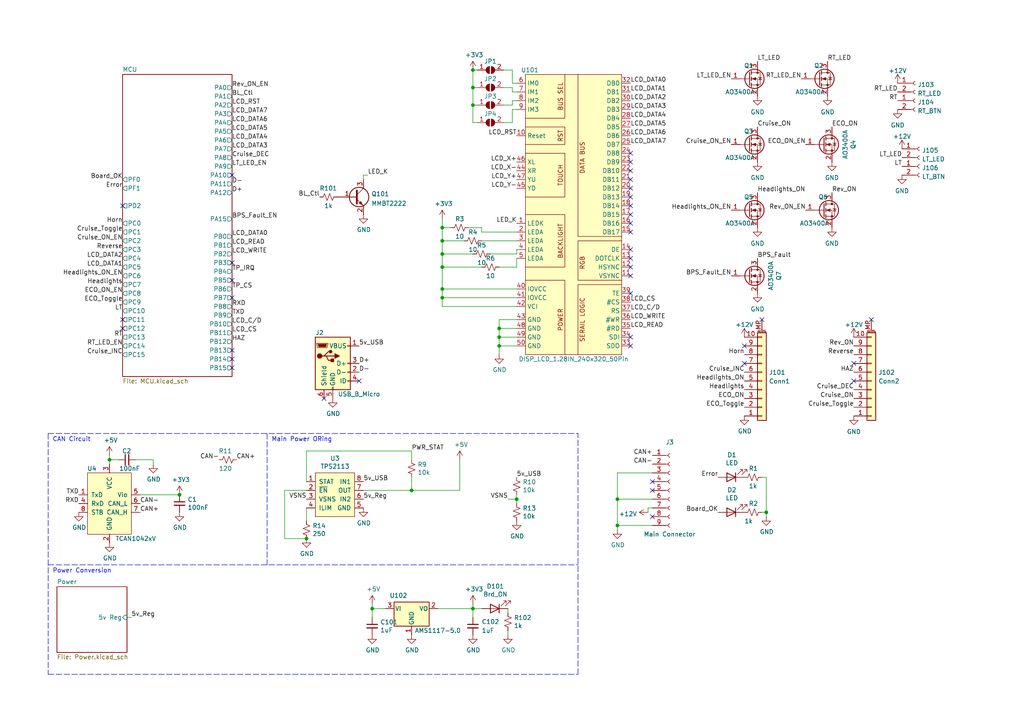
<source format=kicad_sch>
(kicad_sch (version 20211123) (generator eeschema)
  (paper "A4")
  (lib_symbols
    (symbol "Connector:Conn_01x02_Female" (pin_names (offset 1.016) hide)
      (property "Reference" "J" (at 0 2.54 0))
      (property "Value" "Conn_01x02_Female" (at 0 -5.08 0))
      (symbol "Conn_01x02_Female_1_1"
        (pin passive line (at -5.08 0 0) (length 3.81) (name "Pin_1") (number "1"))
        (pin passive line (at -5.08 -2.54 0) (length 3.81) (name "Pin_2") (number "2"))
      )
    )
    (symbol "Connector:Conn_01x09_Female" (pin_names (offset 1.016) hide)
      (property "Reference" "J" (at 0 12.7 0))
      (property "Value" "Conn_01x09_Female" (at 0 -12.7 0))
      (symbol "Conn_01x09_Female_1_1"
        (pin passive line (at -5.08 10.16 0) (length 3.81) (name "Pin_1") (number "1"))
        (pin passive line (at -5.08 7.62 0) (length 3.81) (name "Pin_2") (number "2"))
        (pin passive line (at -5.08 5.08 0) (length 3.81) (name "Pin_3") (number "3"))
        (pin passive line (at -5.08 2.54 0) (length 3.81) (name "Pin_4") (number "4"))
        (pin passive line (at -5.08 0 0) (length 3.81) (name "Pin_5") (number "5"))
        (pin passive line (at -5.08 -2.54 0) (length 3.81) (name "Pin_6") (number "6"))
        (pin passive line (at -5.08 -5.08 0) (length 3.81) (name "Pin_7") (number "7"))
        (pin passive line (at -5.08 -7.62 0) (length 3.81) (name "Pin_8") (number "8"))
        (pin passive line (at -5.08 -10.16 0) (length 3.81) (name "Pin_9") (number "9"))
      )
    )
    (symbol "Connector:USB_B_Micro" (pin_names (offset 1.016))
      (property "Reference" "J" (at -5.08 11.43 0))
      (property "Value" "USB_B_Micro" (at -5.08 8.89 0))
      (symbol "USB_B_Micro_1_1"
        (pin power_out line (at 7.62 5.08 180) (length 2.54) (name "VBUS") (number "1"))
        (pin bidirectional line (at 7.62 -2.54 180) (length 2.54) (name "D-") (number "2"))
        (pin bidirectional line (at 7.62 0 180) (length 2.54) (name "D+") (number "3"))
        (pin passive line (at 7.62 -5.08 180) (length 2.54) (name "ID") (number "4"))
        (pin power_out line (at 0 -10.16 90) (length 2.54) (name "GND") (number "5"))
        (pin passive line (at -2.54 -10.16 90) (length 2.54) (name "Shield") (number "6"))
      )
    )
    (symbol "Connector_Generic_MountingPin:Conn_01x10_MountingPin" (pin_names (offset 1.016) hide)
      (property "Reference" "J" (at 0 12.7 0))
      (property "Value" "Conn_01x10_MountingPin" (at 1.27 -15.24 0))
      (symbol "Conn_01x10_MountingPin_1_1"
        (text "Mounting" (at 0 -14.351 0) (effects (font (size 0.381 0.381))))
        (pin passive line (at -5.08 10.16 0) (length 3.81) (name "Pin_1") (number "1"))
        (pin passive line (at -5.08 -12.7 0) (length 3.81) (name "Pin_10") (number "10"))
        (pin passive line (at -5.08 7.62 0) (length 3.81) (name "Pin_2") (number "2"))
        (pin passive line (at -5.08 5.08 0) (length 3.81) (name "Pin_3") (number "3"))
        (pin passive line (at -5.08 2.54 0) (length 3.81) (name "Pin_4") (number "4"))
        (pin passive line (at -5.08 0 0) (length 3.81) (name "Pin_5") (number "5"))
        (pin passive line (at -5.08 -2.54 0) (length 3.81) (name "Pin_6") (number "6"))
        (pin passive line (at -5.08 -5.08 0) (length 3.81) (name "Pin_7") (number "7"))
        (pin passive line (at -5.08 -7.62 0) (length 3.81) (name "Pin_8") (number "8"))
        (pin passive line (at -5.08 -10.16 0) (length 3.81) (name "Pin_9") (number "9"))
        (pin passive line (at 0 -17.78 90) (length 3.048) (name "MountPin") (number "MP"))
      )
    )
    (symbol "Device:C_Small" (pin_numbers hide) (pin_names (offset 0.254) hide)
      (property "Reference" "C" (at 0.254 1.778 0))
      (property "Value" "C_Small" (at 0.254 -2.032 0))
      (symbol "C_Small_1_1"
        (pin passive line (at 0 2.54 270) (length 2.032) (name "~") (number "1"))
        (pin passive line (at 0 -2.54 90) (length 2.032) (name "~") (number "2"))
      )
    )
    (symbol "Device:LED" (pin_numbers hide) (pin_names (offset 1.016) hide)
      (property "Reference" "D" (at 0 2.54 0))
      (property "Value" "LED" (at 0 -2.54 0))
      (symbol "LED_1_1"
        (pin passive line (at -3.81 0 0) (length 2.54) (name "K") (number "1"))
        (pin passive line (at 3.81 0 180) (length 2.54) (name "A") (number "2"))
      )
    )
    (symbol "Device:Q_NMOS_GSD" (pin_names (offset 0) hide)
      (property "Reference" "Q" (at 5.08 1.27 0))
      (property "Value" "Q_NMOS_GSD" (at 5.08 -1.27 0))
      (symbol "Q_NMOS_GSD_1_1"
        (pin input line (at -5.08 0 0) (length 2.54) (name "G") (number "1"))
        (pin passive line (at 2.54 -5.08 90) (length 2.54) (name "S") (number "2"))
        (pin passive line (at 2.54 5.08 270) (length 2.54) (name "D") (number "3"))
      )
    )
    (symbol "Device:Q_NPN_BEC" (pin_names (offset 0) hide)
      (property "Reference" "Q" (at 5.08 1.27 0))
      (property "Value" "Q_NPN_BEC" (at 5.08 -1.27 0))
      (symbol "Q_NPN_BEC_1_1"
        (pin input line (at -5.08 0 0) (length 5.715) (name "B") (number "1"))
        (pin passive line (at 2.54 -5.08 90) (length 2.54) (name "E") (number "2"))
        (pin passive line (at 2.54 5.08 270) (length 2.54) (name "C") (number "3"))
      )
    )
    (symbol "Device:R_Small_US" (pin_numbers hide) (pin_names (offset 0.254) hide)
      (property "Reference" "R" (at 0.762 0.508 0))
      (property "Value" "R_Small_US" (at 0.762 -1.016 0))
      (symbol "R_Small_US_1_1"
        (pin passive line (at 0 2.54 270) (length 1.016) (name "~") (number "1"))
        (pin passive line (at 0 -2.54 90) (length 1.016) (name "~") (number "2"))
      )
    )
    (symbol "JohnLib:DISP_LCD_1.28IN_240x320_50Pin"
      (property "Reference" "U" (at 1.27 82.55 0))
      (property "Value" "DISP_LCD_1.28IN_240x320_50Pin" (at 13.97 -1.27 0))
      (symbol "DISP_LCD_1.28IN_240x320_50Pin_0_0"
        (text "BACKLIGHT" (at 10.16 33.02 900) (effects (font (size 1.27 1.27))))
        (text "BUS SEL" (at 10.16 74.93 900) (effects (font (size 1.27 1.27))))
        (text "DATA BUS" (at 16.51 57.15 900) (effects (font (size 1.27 1.27))))
        (text "POWER" (at 10.16 10.16 900) (effects (font (size 1.27 1.27))))
        (text "RGB" (at 16.51 26.67 900) (effects (font (size 1.27 1.27))))
        (text "RST" (at 10.16 63.5 900) (effects (font (size 1.27 1.27))))
        (text "SERAIL LOGIC" (at 16.51 10.16 900) (effects (font (size 1.27 1.27))))
        (text "TOUCH" (at 10.16 52.07 900) (effects (font (size 1.27 1.27))))
      )
      (symbol "DISP_LCD_1.28IN_240x320_50Pin_1_1"
        (pin input line (at -2.54 38.1 0) (length 2.54) (name "LEDK") (number "1"))
        (pin input line (at -2.54 63.5 0) (length 2.54) (name "Reset") (number "10"))
        (pin input line (at 30.48 22.86 180) (length 2.54) (name "VSYNC") (number "11"))
        (pin input line (at 30.48 25.4 180) (length 2.54) (name "HSYNC") (number "12"))
        (pin input line (at 30.48 27.94 180) (length 2.54) (name "DOTCLK") (number "13"))
        (pin input line (at 30.48 30.48 180) (length 2.54) (name "DE") (number "14"))
        (pin input line (at 30.48 35.56 180) (length 2.54) (name "DB17") (number "15"))
        (pin input line (at 30.48 38.1 180) (length 2.54) (name "DB16") (number "16"))
        (pin input line (at 30.48 40.64 180) (length 2.54) (name "DB15") (number "17"))
        (pin input line (at 30.48 43.18 180) (length 2.54) (name "DB14") (number "18"))
        (pin input line (at 30.48 45.72 180) (length 2.54) (name "DB13") (number "19"))
        (pin input line (at -2.54 35.56 0) (length 2.54) (name "LEDA") (number "2"))
        (pin input line (at 30.48 48.26 180) (length 2.54) (name "DB12") (number "20"))
        (pin input line (at 30.48 50.8 180) (length 2.54) (name "DB11") (number "21"))
        (pin input line (at 30.48 53.34 180) (length 2.54) (name "DB10") (number "22"))
        (pin input line (at 30.48 55.88 180) (length 2.54) (name "DB9") (number "23"))
        (pin input line (at 30.48 58.42 180) (length 2.54) (name "DB8") (number "24"))
        (pin input line (at 30.48 60.96 180) (length 2.54) (name "DB7") (number "25"))
        (pin input line (at 30.48 63.5 180) (length 2.54) (name "DB6") (number "26"))
        (pin input line (at 30.48 66.04 180) (length 2.54) (name "DB5") (number "27"))
        (pin input line (at 30.48 68.58 180) (length 2.54) (name "DB4") (number "28"))
        (pin input line (at 30.48 71.12 180) (length 2.54) (name "DB3") (number "29"))
        (pin input line (at -2.54 33.02 0) (length 2.54) (name "LEDA") (number "3"))
        (pin input line (at 30.48 73.66 180) (length 2.54) (name "DB2") (number "30"))
        (pin input line (at 30.48 76.2 180) (length 2.54) (name "DB1") (number "31"))
        (pin input line (at 30.48 78.74 180) (length 2.54) (name "DB0") (number "32"))
        (pin input line (at 30.48 2.54 180) (length 2.54) (name "SDO") (number "33"))
        (pin input line (at 30.48 5.08 180) (length 2.54) (name "SDI") (number "34"))
        (pin input line (at 30.48 7.62 180) (length 2.54) (name "#RD") (number "35"))
        (pin input line (at 30.48 10.16 180) (length 2.54) (name "#WR") (number "36"))
        (pin input line (at 30.48 12.7 180) (length 2.54) (name "RS") (number "37"))
        (pin input line (at 30.48 15.24 180) (length 2.54) (name "#CS") (number "38"))
        (pin input line (at 30.48 17.78 180) (length 2.54) (name "TE") (number "39"))
        (pin input line (at -2.54 30.48 0) (length 2.54) (name "LEDA") (number "4"))
        (pin power_in line (at -2.54 19.05 0) (length 2.54) (name "IOVCC") (number "40"))
        (pin power_in line (at -2.54 16.51 0) (length 2.54) (name "IOVCC") (number "41"))
        (pin power_in line (at -2.54 13.97 0) (length 2.54) (name "VCI") (number "42"))
        (pin power_in line (at -2.54 10.16 0) (length 2.54) (name "GND") (number "43"))
        (pin input line (at -2.54 53.34 0) (length 2.54) (name "XR") (number "44"))
        (pin input line (at -2.54 48.26 0) (length 2.54) (name "YD") (number "45"))
        (pin input line (at -2.54 55.88 0) (length 2.54) (name "XL") (number "46"))
        (pin input line (at -2.54 50.8 0) (length 2.54) (name "YU") (number "47"))
        (pin power_in line (at -2.54 7.62 0) (length 2.54) (name "GND") (number "48"))
        (pin power_in line (at -2.54 5.08 0) (length 2.54) (name "GND") (number "49"))
        (pin input line (at -2.54 27.94 0) (length 2.54) (name "LEDA") (number "5"))
        (pin power_in line (at -2.54 2.54 0) (length 2.54) (name "GND") (number "50"))
        (pin input line (at -2.54 78.74 0) (length 2.54) (name "IM0") (number "6"))
        (pin input line (at -2.54 76.2 0) (length 2.54) (name "IM1") (number "7"))
        (pin input line (at -2.54 73.66 0) (length 2.54) (name "IM2") (number "8"))
        (pin input line (at -2.54 71.12 0) (length 2.54) (name "IM3") (number "9"))
      )
    )
    (symbol "JohnLib:TCAN1042xV" (pin_names (offset 1.016))
      (property "Reference" "U" (at 10.16 20.32 0))
      (property "Value" "TCAN1042xV" (at 12.7 0 0))
      (symbol "TCAN1042xV_1_1"
        (pin input line (at -2.54 12.7 0) (length 2.54) (name "TxD") (number "1"))
        (pin power_in line (at 6.35 -1.27 90) (length 2.54) (name "GND") (number "2"))
        (pin input line (at 6.35 21.59 270) (length 2.54) (name "VCC") (number "3"))
        (pin output line (at -2.54 10.16 0) (length 2.54) (name "RxD") (number "4"))
        (pin input line (at 15.24 12.7 180) (length 2.54) (name "Vio") (number "5"))
        (pin input line (at 15.24 10.16 180) (length 2.54) (name "CAN_L") (number "6"))
        (pin input line (at 15.24 7.62 180) (length 2.54) (name "CAN_H") (number "7"))
        (pin input line (at -2.54 7.62 0) (length 2.54) (name "STB") (number "8"))
      )
    )
    (symbol "JohnLib:TPS2113" (pin_names (offset 1.016))
      (property "Reference" "U" (at -2.54 1.27 0))
      (property "Value" "TPS2113" (at 3.81 -13.97 0))
      (symbol "TPS2113_1_1"
        (pin input line (at -6.35 -2.54 0) (length 2.54) (name "STAT") (number "1"))
        (pin input line (at -6.35 -5.08 0) (length 2.54) (name "~{EN}") (number "2"))
        (pin input line (at -6.35 -7.62 0) (length 2.54) (name "VSNS") (number "3"))
        (pin input line (at -6.35 -10.16 0) (length 2.54) (name "ILIM") (number "4"))
        (pin input line (at 10.16 -10.16 180) (length 2.54) (name "GND") (number "5"))
        (pin input line (at 10.16 -7.62 180) (length 2.54) (name "IN2") (number "6"))
        (pin power_out line (at 10.16 -5.08 180) (length 2.54) (name "OUT") (number "7"))
        (pin input line (at 10.16 -2.54 180) (length 2.54) (name "IN1") (number "8"))
      )
    )
    (symbol "Jumper:SolderJumper_2_Open" (pin_names (offset 0) hide)
      (property "Reference" "JP" (at 0 2.032 0))
      (property "Value" "SolderJumper_2_Open" (at 0 -2.54 0))
      (symbol "SolderJumper_2_Open_1_1"
        (pin passive line (at -3.81 0 0) (length 2.54) (name "A") (number "1"))
        (pin passive line (at 3.81 0 180) (length 2.54) (name "B") (number "2"))
      )
    )
    (symbol "Regulator_Linear:AMS1117-5.0" (pin_names (offset 0.254))
      (property "Reference" "U" (at -3.81 3.175 0))
      (property "Value" "AMS1117-5.0" (at 0 3.175 0))
      (symbol "AMS1117-5.0_1_1"
        (pin power_in line (at 0 -7.62 90) (length 2.54) (name "GND") (number "1"))
        (pin power_out line (at 7.62 0 180) (length 2.54) (name "VO") (number "2"))
        (pin power_in line (at -7.62 0 0) (length 2.54) (name "VI") (number "3"))
      )
    )
    (symbol "power:+12V" (power) (pin_names (offset 0))
      (property "Value" "+12V" (at 0 3.556 0))
      (symbol "+12V_1_1"
        (pin power_in line (at 0 0 90) (length 0) hide (name "+12V") (number "1"))
      )
    )
    (symbol "power:+3.3V" (power) (pin_names (offset 0))
      (property "Value" "+3.3V" (at 0 3.556 0))
      (symbol "+3.3V_1_1"
        (pin power_in line (at 0 0 90) (length 0) hide (name "+3V3") (number "1"))
      )
    )
    (symbol "power:+3V3" (power) (pin_names (offset 0))
      (property "Value" "+3V3" (at 0 3.556 0))
      (symbol "+3V3_1_1"
        (pin power_in line (at 0 0 90) (length 0) hide (name "+3V3") (number "1"))
      )
    )
    (symbol "power:+5V" (power) (pin_names (offset 0))
      (property "Value" "+5V" (at 0 3.556 0))
      (symbol "+5V_1_1"
        (pin power_in line (at 0 0 90) (length 0) hide (name "+5V") (number "1"))
      )
    )
    (symbol "power:GND" (power) (pin_names (offset 0))
      (property "Value" "GND" (at 0 -3.81 0))
      (symbol "GND_1_1"
        (pin power_in line (at 0 0 270) (length 0) hide (name "GND") (number "1"))
      )
    )
  )
  (junction (at 52.07 143.51))
  (junction (at 128.27 73.66))
  (junction (at 137.16 176.53))
  (junction (at 137.16 20.32))
  (junction (at 144.78 95.25))
  (junction (at 31.75 133.35))
  (junction (at 128.27 69.85))
  (junction (at 149.86 144.78))
  (junction (at 119.38 142.24))
  (junction (at 179.07 144.78))
  (junction (at 128.27 83.82))
  (junction (at 144.78 100.33))
  (junction (at 144.78 97.79))
  (junction (at 179.07 152.4))
  (junction (at 128.27 66.04))
  (junction (at 128.27 77.47))
  (junction (at 137.16 25.4))
  (junction (at 107.95 176.53))
  (junction (at 88.9 156.21))
  (junction (at 222.25 148.59))
  (junction (at 128.27 86.36))
  (junction (at 137.16 30.48))
  (no_connect (at 189.23 142.24))
  (no_connect (at 182.88 49.53))
  (no_connect (at 182.88 46.99))
  (no_connect (at 67.31 101.6))
  (no_connect (at 35.56 59.69))
  (no_connect (at 247.65 110.49))
  (no_connect (at 247.65 105.41))
  (no_connect (at 215.9 100.33))
  (no_connect (at 67.31 104.14))
  (no_connect (at 182.88 59.69))
  (no_connect (at 182.88 52.07))
  (no_connect (at 182.88 77.47))
  (no_connect (at 67.31 81.28))
  (no_connect (at 93.98 115.57))
  (no_connect (at 182.88 74.93))
  (no_connect (at 67.31 50.8))
  (no_connect (at 215.9 105.41))
  (no_connect (at 189.23 149.86))
  (no_connect (at 182.88 64.77))
  (no_connect (at 182.88 80.01))
  (no_connect (at 189.23 139.7))
  (no_connect (at 182.88 62.23))
  (no_connect (at 35.56 95.25))
  (no_connect (at 220.98 92.71))
  (no_connect (at 252.73 92.71))
  (no_connect (at 182.88 57.15))
  (no_connect (at 67.31 106.68))
  (no_connect (at 182.88 44.45))
  (no_connect (at 182.88 67.31))
  (no_connect (at 182.88 97.79))
  (no_connect (at 182.88 100.33))
  (no_connect (at 67.31 86.36))
  (no_connect (at 182.88 72.39))
  (no_connect (at 67.31 76.2))
  (no_connect (at 104.14 110.49))
  (no_connect (at 35.56 92.71))
  (no_connect (at 182.88 85.09))
  (no_connect (at 182.88 54.61))
  (wire (pts (xy 119.38 138.43) (xy 119.38 142.24)))
  (wire (pts (xy 137.16 25.4) (xy 137.16 30.48)))
  (wire (pts (xy 128.27 77.47) (xy 128.27 83.82)))
  (wire (pts (xy 88.9 139.7) (xy 88.9 130.81)))
  (wire (pts (xy 149.86 144.78) (xy 149.86 146.05)))
  (wire (pts (xy 222.25 138.43) (xy 222.25 148.59)))
  (wire (pts (xy 127 176.53) (xy 137.16 176.53)))
  (wire (pts (xy 82.55 142.24) (xy 82.55 156.21)))
  (polyline (pts (xy 13.97 125.73) (xy 167.64 125.73)))
  (wire (pts (xy 144.78 100.33) (xy 144.78 102.87)))
  (wire (pts (xy 88.9 130.81) (xy 119.38 130.81)))
  (wire (pts (xy 135.89 66.04) (xy 139.7 66.04)))
  (wire (pts (xy 189.23 137.16) (xy 179.07 137.16)))
  (wire (pts (xy 149.86 24.13) (xy 148.59 24.13)))
  (wire (pts (xy 148.59 25.4) (xy 148.59 26.67)))
  (polyline (pts (xy 13.97 195.58) (xy 167.64 195.58)))
  (wire (pts (xy 144.78 100.33) (xy 149.86 100.33)))
  (wire (pts (xy 40.64 143.51) (xy 52.07 143.51)))
  (wire (pts (xy 106.68 50.8) (xy 105.41 50.8)))
  (wire (pts (xy 31.75 132.08) (xy 31.75 133.35)))
  (wire (pts (xy 128.27 77.47) (xy 139.7 77.47)))
  (wire (pts (xy 189.23 144.78) (xy 179.07 144.78)))
  (wire (pts (xy 139.7 176.53) (xy 137.16 176.53)))
  (wire (pts (xy 133.35 133.35) (xy 133.35 142.24)))
  (polyline (pts (xy 13.97 163.83) (xy 167.64 163.83)))
  (wire (pts (xy 128.27 63.5) (xy 128.27 66.04)))
  (wire (pts (xy 107.95 176.53) (xy 107.95 179.07)))
  (wire (pts (xy 107.95 175.26) (xy 107.95 176.53)))
  (wire (pts (xy 144.78 97.79) (xy 149.86 97.79)))
  (wire (pts (xy 128.27 69.85) (xy 134.62 69.85)))
  (wire (pts (xy 146.05 35.56) (xy 148.59 35.56)))
  (wire (pts (xy 137.16 20.32) (xy 137.16 25.4)))
  (wire (pts (xy 144.78 95.25) (xy 149.86 95.25)))
  (wire (pts (xy 149.86 92.71) (xy 144.78 92.71)))
  (wire (pts (xy 148.59 31.75) (xy 149.86 31.75)))
  (wire (pts (xy 149.86 144.78) (xy 147.32 144.78)))
  (wire (pts (xy 137.16 25.4) (xy 138.43 25.4)))
  (wire (pts (xy 31.75 133.35) (xy 34.29 133.35)))
  (wire (pts (xy 179.07 137.16) (xy 179.07 144.78)))
  (wire (pts (xy 105.41 142.24) (xy 119.38 142.24)))
  (wire (pts (xy 128.27 88.9) (xy 149.86 88.9)))
  (wire (pts (xy 149.86 77.47) (xy 144.78 77.47)))
  (wire (pts (xy 144.78 95.25) (xy 144.78 97.79)))
  (wire (pts (xy 149.86 73.66) (xy 149.86 72.39)))
  (wire (pts (xy 119.38 142.24) (xy 133.35 142.24)))
  (wire (pts (xy 137.16 30.48) (xy 138.43 30.48)))
  (polyline (pts (xy 77.47 125.73) (xy 77.47 163.83)))
  (wire (pts (xy 128.27 86.36) (xy 128.27 88.9)))
  (wire (pts (xy 137.16 30.48) (xy 137.16 35.56)))
  (wire (pts (xy 222.25 149.86) (xy 222.25 148.59)))
  (wire (pts (xy 148.59 30.48) (xy 148.59 29.21)))
  (wire (pts (xy 105.41 50.8) (xy 105.41 52.07)))
  (wire (pts (xy 137.16 175.26) (xy 137.16 176.53)))
  (wire (pts (xy 149.86 67.31) (xy 139.7 67.31)))
  (wire (pts (xy 128.27 86.36) (xy 128.27 83.82)))
  (wire (pts (xy 222.25 148.59) (xy 220.98 148.59)))
  (wire (pts (xy 179.07 144.78) (xy 179.07 152.4)))
  (wire (pts (xy 128.27 73.66) (xy 137.16 73.66)))
  (wire (pts (xy 31.75 133.35) (xy 31.75 134.62)))
  (wire (pts (xy 137.16 35.56) (xy 138.43 35.56)))
  (wire (pts (xy 148.59 24.13) (xy 148.59 20.32)))
  (wire (pts (xy 179.07 152.4) (xy 179.07 153.67)))
  (wire (pts (xy 179.07 152.4) (xy 189.23 152.4)))
  (wire (pts (xy 142.24 73.66) (xy 149.86 73.66)))
  (wire (pts (xy 128.27 69.85) (xy 128.27 73.66)))
  (wire (pts (xy 148.59 26.67) (xy 149.86 26.67)))
  (wire (pts (xy 36.83 179.07) (xy 38.1 179.07)))
  (polyline (pts (xy 13.97 125.73) (xy 13.97 195.58)))
  (wire (pts (xy 187.96 148.59) (xy 187.96 147.32)))
  (wire (pts (xy 107.95 176.53) (xy 111.76 176.53)))
  (wire (pts (xy 146.05 30.48) (xy 148.59 30.48)))
  (wire (pts (xy 119.38 130.81) (xy 119.38 133.35)))
  (wire (pts (xy 128.27 66.04) (xy 128.27 69.85)))
  (wire (pts (xy 220.98 138.43) (xy 222.25 138.43)))
  (wire (pts (xy 128.27 83.82) (xy 149.86 83.82)))
  (wire (pts (xy 148.59 20.32) (xy 146.05 20.32)))
  (wire (pts (xy 146.05 25.4) (xy 148.59 25.4)))
  (wire (pts (xy 187.96 147.32) (xy 189.23 147.32)))
  (wire (pts (xy 138.43 20.32) (xy 137.16 20.32)))
  (wire (pts (xy 149.86 77.47) (xy 149.86 74.93)))
  (wire (pts (xy 82.55 142.24) (xy 88.9 142.24)))
  (wire (pts (xy 88.9 151.13) (xy 88.9 147.32)))
  (wire (pts (xy 148.59 35.56) (xy 148.59 31.75)))
  (wire (pts (xy 148.59 29.21) (xy 149.86 29.21)))
  (wire (pts (xy 82.55 156.21) (xy 88.9 156.21)))
  (wire (pts (xy 44.45 133.35) (xy 44.45 134.62)))
  (wire (pts (xy 149.86 143.51) (xy 149.86 144.78)))
  (wire (pts (xy 144.78 97.79) (xy 144.78 100.33)))
  (wire (pts (xy 139.7 67.31) (xy 139.7 66.04)))
  (wire (pts (xy 139.7 69.85) (xy 149.86 69.85)))
  (wire (pts (xy 137.16 176.53) (xy 137.16 179.07)))
  (wire (pts (xy 147.32 182.88) (xy 147.32 184.15)))
  (wire (pts (xy 147.32 176.53) (xy 147.32 177.8)))
  (wire (pts (xy 39.37 133.35) (xy 44.45 133.35)))
  (polyline (pts (xy 167.64 195.58) (xy 167.64 125.73)))
  (wire (pts (xy 128.27 73.66) (xy 128.27 77.47)))
  (wire (pts (xy 149.86 86.36) (xy 128.27 86.36)))
  (wire (pts (xy 144.78 92.71) (xy 144.78 95.25)))
  (wire (pts (xy 128.27 66.04) (xy 130.81 66.04)))
  (text "CAN Circuit" (at 15.24 128.27 0) (effects (font (size 1.27 1.27)) (justify left bottom)))
  (text "Power Conversion" (at 15.24 166.37 0) (effects (font (size 1.27 1.27)) (justify left bottom)))
  (text "Main Power ORing" (at 78.74 128.27 0) (effects (font (size 1.27 1.27)) (justify left bottom)))
  (label "LT" (at 261.62 48.26 180))
  (label "Headlights" (at 215.9 113.03 180))
  (label "Cruise_ON_EN" (at 35.56 69.85 180))
  (label "LCD_DATA7" (at 67.31 33.02 0))
  (label "PWR_STAT" (at 119.38 130.81 0))
  (label "5v_USB" (at 105.41 139.7 0))
  (label "LT_LED" (at 261.62 45.72 180))
  (label "LCD_RST" (at 149.86 39.37 180))
  (label "Cruise_Toggle" (at 247.65 118.11 180))
  (label "LCD_DATA5" (at 67.31 38.1 0))
  (label "ECO_Toggle" (at 35.56 87.63 180))
  (label "TXD" (at 67.31 91.44 0))
  (label "Board_OK" (at 208.28 148.59 180))
  (label "Headlights_ON_EN" (at 35.56 80.01 180))
  (label "LCD_DATA0" (at 67.31 68.58 0))
  (label "LCD_C{slash}D" (at 67.31 93.98 0))
  (label "LCD_DATA3" (at 182.88 31.75 0))
  (label "LCD_Y-" (at 149.86 54.61 180))
  (label "LCD_DATA7" (at 182.88 41.91 0))
  (label "Reverse" (at 35.56 72.39 180))
  (label "LCD_X+" (at 149.86 46.99 180))
  (label "D-" (at 67.31 53.34 0))
  (label "VSNS" (at 88.9 144.78 180))
  (label "ECO_Toggle" (at 215.9 118.11 180))
  (label "LCD_READ" (at 67.31 71.12 0))
  (label "LED_K" (at 106.68 50.8 0))
  (label "ECO_ON_EN" (at 233.68 41.91 180))
  (label "CAN-" (at 40.64 146.05 0))
  (label "Headlights_ON" (at 219.71 55.88 0))
  (label "BPS_Fault" (at 219.71 74.93 0))
  (label "5v_USB" (at 149.86 138.43 0))
  (label "TXD" (at 22.86 143.51 180))
  (label "LCD_DATA4" (at 182.88 34.29 0))
  (label "TP_IRQ" (at 67.31 78.74 0))
  (label "Headlights_ON" (at 215.9 110.49 180))
  (label "Error" (at 208.28 138.43 180))
  (label "LCD_WRITE" (at 182.88 92.71 0))
  (label "RT" (at 260.35 29.21 180))
  (label "Reverse" (at 247.65 102.87 180))
  (label "ECO_ON" (at 241.3 36.83 0))
  (label "Cruise_Toggle" (at 35.56 67.31 180))
  (label "TP_CS" (at 67.31 83.82 0))
  (label "Headlights_ON_EN" (at 212.09 60.96 180))
  (label "VSNS" (at 147.32 144.78 180))
  (label "RT_LED_EN" (at 35.56 100.33 180))
  (label "Rev_ON" (at 241.3 55.88 0))
  (label "RXD" (at 67.31 88.9 0))
  (label "LT_LED_EN" (at 212.09 22.86 180))
  (label "LCD_CS" (at 67.31 96.52 0))
  (label "Horn" (at 35.56 64.77 180))
  (label "D-" (at 104.14 107.95 0))
  (label "LCD_C{slash}D" (at 182.88 90.17 0))
  (label "LCD_DATA3" (at 67.31 43.18 0))
  (label "Rev_ON_EN" (at 67.31 25.4 0))
  (label "Cruise_ON" (at 247.65 115.57 180))
  (label "Cruise_DEC" (at 247.65 113.03 180))
  (label "LCD_DATA2" (at 35.56 74.93 180))
  (label "LCD_X-" (at 149.86 49.53 180))
  (label "LT" (at 35.56 90.17 180))
  (label "5v_Reg" (at 105.41 144.78 0))
  (label "LCD_Y+" (at 149.86 52.07 180))
  (label "ECO_ON" (at 215.9 115.57 180))
  (label "Headlights" (at 35.56 82.55 180))
  (label "HAZ" (at 247.65 107.95 180))
  (label "RXD" (at 22.86 146.05 180))
  (label "Board_OK" (at 35.56 52.07 180))
  (label "CAN+" (at 189.23 132.08 180))
  (label "RT_LED" (at 240.03 17.78 0))
  (label "HAZ" (at 67.31 99.06 0))
  (label "CAN+" (at 68.58 133.35 0))
  (label "LCD_DATA4" (at 67.31 40.64 0))
  (label "5v_USB" (at 104.14 100.33 0))
  (label "LCD_DATA1" (at 182.88 26.67 0))
  (label "LCD_RST" (at 67.31 30.48 0))
  (label "LCD_DATA1" (at 35.56 77.47 180))
  (label "Error" (at 35.56 54.61 180))
  (label "BL_Ctl" (at 67.31 27.94 0))
  (label "RT" (at 35.56 97.79 180))
  (label "LCD_DATA2" (at 182.88 29.21 0))
  (label "Rev_ON_EN" (at 233.68 60.96 180))
  (label "Cruise_ON" (at 219.71 36.83 0))
  (label "Horn" (at 215.9 102.87 180))
  (label "LCD_DATA6" (at 67.31 35.56 0))
  (label "Cruise_DEC" (at 67.31 45.72 0))
  (label "CAN-" (at 189.23 134.62 180))
  (label "LT_LED_EN" (at 67.31 48.26 0))
  (label "ECO_ON_EN" (at 35.56 85.09 180))
  (label "LCD_DATA0" (at 182.88 24.13 0))
  (label "RT_LED" (at 260.35 26.67 180))
  (label "RT_LED_EN" (at 232.41 22.86 180))
  (label "Cruise_INC" (at 35.56 102.87 180))
  (label "CAN-" (at 63.5 133.35 180))
  (label "LCD_READ" (at 182.88 95.25 0))
  (label "Cruise_ON_EN" (at 212.09 41.91 180))
  (label "LED_K" (at 149.86 64.77 180))
  (label "D+" (at 67.31 55.88 0))
  (label "Cruise_INC" (at 215.9 107.95 180))
  (label "CAN+" (at 40.64 148.59 0))
  (label "BPS_Fault_EN" (at 67.31 63.5 0))
  (label "D+" (at 104.14 105.41 0))
  (label "LCD_DATA5" (at 182.88 36.83 0))
  (label "LCD_WRITE" (at 67.31 73.66 0))
  (label "LT_LED" (at 219.71 17.78 0))
  (label "BL_Ctl" (at 92.71 57.15 180))
  (label "5v_Reg" (at 38.1 179.07 0))
  (label "BPS_Fault_EN" (at 212.09 80.01 180))
  (label "LCD_DATA6" (at 182.88 39.37 0))
  (label "LCD_CS" (at 182.88 87.63 0))
  (label "Rev_ON" (at 247.65 100.33 180))
  (symbol (lib_id "power:GND") (at 22.86 148.59 0) (unit 1)
    (property "Reference" "#PWR014" (effects hide))
    (property "Value" "GND" (at 22.987 152.9842 0))
  )
  (symbol (lib_id "power:+3.3V") (at 52.07 143.51 0) (unit 1)
    (property "Reference" "#PWR011" (effects hide))
    (property "Value" "+3.3V" (at 52.451 139.1158 0))
  )
  (symbol (lib_id "Device:C_Small") (at 52.07 146.05 0) (unit 1)
    (property "Reference" "C1" (at 54.4068 144.8816 0) (effects (justify left)))
    (property "Value" "100nF" (at 54.4068 147.193 0) (effects (justify left)))
    (property "Footprint" "Capacitor_SMD:C_0402_1005Metric" (effects hide))
    (property "LCSC Part" "C307331" (effects hide))
  )
  (symbol (lib_id "power:GND") (at 52.07 148.59 0) (unit 1)
    (property "Reference" "#PWR015" (effects hide))
    (property "Value" "GND" (at 52.197 152.9842 0))
  )
  (symbol (lib_id "Device:C_Small") (at 36.83 133.35 90) (unit 1)
    (property "Reference" "C2" (at 38.1 130.81 90) (effects (justify left)))
    (property "Value" "100nF" (at 40.64 135.89 90) (effects (justify left)))
    (property "Footprint" "Capacitor_SMD:C_0402_1005Metric" (effects hide))
    (property "LCSC Part" "C307331" (effects hide))
  )
  (symbol (lib_id "Device:R_Small_US") (at 66.04 133.35 90) (unit 1)
    (property "Reference" "R11" (at 67.31 130.81 90) (effects (justify left)))
    (property "Value" "120" (at 67.31 135.89 90) (effects (justify left)))
    (property "Footprint" "Resistor_SMD:R_1206_3216Metric" (effects hide))
    (property "LCSC Part" "C17909" (effects hide))
  )
  (symbol (lib_id "power:GND") (at 44.45 134.62 0) (unit 1)
    (property "Reference" "#PWR016" (effects hide))
    (property "Value" "GND" (at 44.577 139.0142 0))
  )
  (symbol (lib_id "power:GND") (at 31.75 157.48 0) (unit 1)
    (property "Reference" "#PWR019" (effects hide))
    (property "Value" "GND" (at 31.877 161.8742 0))
  )
  (symbol (lib_id "Connector:Conn_01x09_Female") (at 194.31 142.24 0) (unit 1)
    (property "Reference" "J3" (at 193.04 128.27 0) (effects (justify left)))
    (property "Value" "Main Connector" (at 186.69 154.94 0) (effects (justify left)))
    (property "Footprint" "Connector_Molex:Molex_Micro-Fit_3.0_43650-0915_1x09_P3.00mm_Vertical" (effects hide))
  )
  (symbol (lib_id "power:GND") (at 179.07 153.67 0) (unit 1)
    (property "Reference" "#PWR013" (effects hide))
    (property "Value" "GND" (at 179.197 158.0642 0))
  )
  (symbol (lib_id "JohnLib:TPS2113") (at 95.25 137.16 0) (unit 1)
    (property "Reference" "U3" (at 97.155 132.969 0))
    (property "Value" "TPS2113" (at 97.155 135.2804 0))
    (property "Footprint" "Package_SO:TSSOP-8_4.4x3mm_P0.65mm" (effects hide))
    (property "Datasheet" "https://datasheet.lcsc.com/lcsc/1804162222_Texas-Instruments-TPS2113APWR_C130052.pdf" (effects hide))
  )
  (symbol (lib_id "Connector:USB_B_Micro") (at 96.52 105.41 0) (unit 1)
    (property "Reference" "J2" (at 92.71 96.52 0))
    (property "Value" "USB_B_Micro" (at 104.14 114.3 0))
    (property "Footprint" "Connector_USB:USB_Micro-B_Molex_47346-0001" (effects hide))
  )
  (symbol (lib_id "power:GND") (at 105.41 147.32 0) (unit 1)
    (property "Reference" "#PWR012" (effects hide))
    (property "Value" "GND" (at 105.537 151.7142 0))
  )
  (symbol (lib_id "power:GND") (at 96.52 115.57 0) (unit 1)
    (property "Reference" "#PWR07" (effects hide))
    (property "Value" "GND" (at 96.647 119.9642 0))
  )
  (symbol (lib_id "Device:R_Small_US") (at 88.9 153.67 0) (unit 1)
    (property "Reference" "R14" (at 90.6272 152.5016 0) (effects (justify left)))
    (property "Value" "250" (at 90.6272 154.813 0) (effects (justify left)))
    (property "Footprint" "Resistor_SMD:R_0603_1608Metric" (effects hide))
    (property "LCSC Part" "C22962" (effects hide))
  )
  (symbol (lib_id "power:GND") (at 88.9 156.21 0) (unit 1)
    (property "Reference" "#PWR018" (effects hide))
    (property "Value" "GND" (at 89.027 160.6042 0))
  )
  (symbol (lib_id "Device:R_Small_US") (at 119.38 135.89 0) (unit 1)
    (property "Reference" "R9" (at 121.1072 134.7216 0) (effects (justify left)))
    (property "Value" "10k" (at 121.1072 137.033 0) (effects (justify left)))
    (property "Footprint" "Resistor_SMD:R_0603_1608Metric" (effects hide))
    (property "LCSC Part" "C25804" (effects hide))
  )
  (symbol (lib_id "Device:R_Small_US") (at 149.86 140.97 0) (unit 1)
    (property "Reference" "R10" (at 151.5872 139.8016 0) (effects (justify left)))
    (property "Value" "10k" (at 151.5872 142.113 0) (effects (justify left)))
    (property "Footprint" "Resistor_SMD:R_0603_1608Metric" (effects hide))
    (property "LCSC Part" "C25804" (effects hide))
  )
  (symbol (lib_id "Device:R_Small_US") (at 149.86 148.59 0) (unit 1)
    (property "Reference" "R13" (at 151.5872 147.4216 0) (effects (justify left)))
    (property "Value" "10k" (at 151.5872 149.733 0) (effects (justify left)))
    (property "Footprint" "Resistor_SMD:R_0603_1608Metric" (effects hide))
    (property "LCSC Part" "C25804" (effects hide))
  )
  (symbol (lib_id "power:GND") (at 149.86 151.13 0) (unit 1)
    (property "Reference" "#PWR017" (effects hide))
    (property "Value" "GND" (at 149.987 155.5242 0))
  )
  (symbol (lib_id "power:+5V") (at 133.35 133.35 0) (unit 1)
    (property "Reference" "#PWR09" (effects hide))
    (property "Value" "+5V" (at 133.731 128.9558 0))
  )
  (symbol (lib_id "JohnLib:TCAN1042xV") (at 25.4 156.21 0) (unit 1)
    (property "Reference" "U4" (at 26.67 135.89 0))
    (property "Value" "TCAN1042xV" (at 39.37 156.21 0))
    (property "Footprint" "JohnLib:SOIC-8" (effects hide))
  )
  (symbol (lib_id "power:+5V") (at 31.75 132.08 0) (unit 1)
    (property "Reference" "#PWR036" (effects hide))
    (property "Value" "+5V" (at 32.131 127.6858 0))
  )
  (symbol (lib_id "Device:Q_NMOS_GSD") (at 217.17 22.86 0) (unit 1)
    (property "Reference" "Q1" (at 217.17 19.05 0))
    (property "Value" "AO3400A" (at 214.63 26.67 0))
    (property "Footprint" "Package_TO_SOT_SMD:SOT-23" (effects hide))
    (property "LCSC Part" "C20917" (effects hide))
  )
  (symbol (lib_id "Device:Q_NMOS_GSD") (at 237.49 22.86 0) (unit 1)
    (property "Reference" "Q2" (at 237.49 19.05 0))
    (property "Value" "AO3400A" (at 234.95 26.67 0))
    (property "Footprint" "Package_TO_SOT_SMD:SOT-23" (effects hide))
    (property "LCSC Part" "C20917" (effects hide))
  )
  (symbol (lib_id "Device:Q_NMOS_GSD") (at 217.17 41.91 0) (unit 1)
    (property "Reference" "Q3" (at 217.17 38.1 0))
    (property "Value" "AO3400A" (at 214.63 45.72 0))
    (property "Footprint" "Package_TO_SOT_SMD:SOT-23" (effects hide))
    (property "LCSC Part" "C20917" (effects hide))
  )
  (symbol (lib_id "Device:Q_NMOS_GSD") (at 238.76 41.91 0) (unit 1)
    (property "Reference" "Q4" (at 247.4722 41.91 90))
    (property "Value" "AO3400A" (at 245.1608 41.91 90))
    (property "Footprint" "Package_TO_SOT_SMD:SOT-23" (effects hide))
    (property "LCSC Part" "C20917" (effects hide))
  )
  (symbol (lib_id "Device:Q_NMOS_GSD") (at 217.17 60.96 0) (unit 1)
    (property "Reference" "Q5" (at 217.17 57.15 0))
    (property "Value" "AO3400A" (at 214.63 64.77 0))
    (property "Footprint" "Package_TO_SOT_SMD:SOT-23" (effects hide))
    (property "LCSC Part" "C20917" (effects hide))
  )
  (symbol (lib_id "Device:Q_NMOS_GSD") (at 238.76 60.96 0) (unit 1)
    (property "Reference" "Q6" (at 238.76 57.15 0))
    (property "Value" "AO3400A" (at 236.22 64.77 0))
    (property "Footprint" "Package_TO_SOT_SMD:SOT-23" (effects hide))
    (property "LCSC Part" "C20917" (effects hide))
  )
  (symbol (lib_id "Device:Q_NMOS_GSD") (at 217.17 80.01 0) (unit 1)
    (property "Reference" "Q7" (at 225.8822 80.01 90))
    (property "Value" "AO3400A" (at 223.5708 80.01 90))
    (property "Footprint" "Package_TO_SOT_SMD:SOT-23" (effects hide))
    (property "LCSC Part" "C20917" (effects hide))
  )
  (symbol (lib_id "Device:LED") (at 212.09 138.43 180) (unit 1)
    (property "Reference" "D1" (at 212.2678 131.953 0))
    (property "Value" "LED" (at 212.2678 134.2644 0))
    (property "Footprint" "LED_SMD:LED_0805_2012Metric" (effects hide))
    (property "LCSC Part" "C84256" (effects hide))
  )
  (symbol (lib_id "Device:LED") (at 212.09 148.59 180) (unit 1)
    (property "Reference" "D2" (at 212.2678 142.113 0))
    (property "Value" "LED" (at 212.2678 144.4244 0))
    (property "Footprint" "LED_SMD:LED_0603_1608Metric" (effects hide))
    (property "LCSC Part" "C72043" (effects hide))
  )
  (symbol (lib_id "Device:R_Small_US") (at 218.44 138.43 270) (unit 1)
    (property "Reference" "R1" (at 217.17 135.89 90) (effects (justify left)))
    (property "Value" "1k" (at 217.17 140.97 90) (effects (justify left)))
    (property "Footprint" "Resistor_SMD:R_0603_1608Metric" (effects hide))
    (property "LCSC Part" "C21190" (effects hide))
  )
  (symbol (lib_id "Device:R_Small_US") (at 218.44 148.59 270) (unit 1)
    (property "Reference" "R2" (at 217.17 146.05 90) (effects (justify left)))
    (property "Value" "1k" (at 215.9 151.13 90) (effects (justify left)))
    (property "Footprint" "Resistor_SMD:R_0603_1608Metric" (effects hide))
    (property "LCSC Part" "C21190" (effects hide))
  )
  (symbol (lib_id "power:GND") (at 222.25 149.86 0) (unit 1)
    (property "Reference" "#PWR034" (effects hide))
    (property "Value" "GND" (at 222.377 154.2542 0))
  )
  (symbol (lib_id "power:GND") (at 219.71 66.04 0) (unit 1)
    (property "Reference" "#PWR0111" (effects hide))
    (property "Value" "GND" (at 219.71 70.6025 0))
  )
  (symbol (lib_id "power:+5V") (at 107.95 175.26 0) (unit 1)
    (property "Reference" "#PWR0125" (effects hide))
    (property "Value" "+5V" (at 108.331 170.8658 0))
  )
  (symbol (lib_id "power:+12V") (at 260.35 24.13 0) (unit 1)
    (property "Reference" "#PWR0101" (effects hide))
    (property "Value" "+12V" (at 260.35 20.5255 0))
  )
  (symbol (lib_id "power:GND") (at 241.3 46.99 0) (unit 1)
    (property "Reference" "#PWR0107" (effects hide))
    (property "Value" "GND" (at 241.3 51.5525 0))
  )
  (symbol (lib_id "Device:R_Small_US") (at 95.25 57.15 90) (unit 1)
    (property "Reference" "R101" (at 95.25 54.61 90))
    (property "Value" "1k" (at 95.25 59.69 90))
    (property "Footprint" "Resistor_SMD:R_0603_1608Metric" (effects hide))
    (property "LCSC Part" "C21190" (effects hide))
  )
  (symbol (lib_id "power:GND") (at 240.03 27.94 0) (unit 1)
    (property "Reference" "#PWR0110" (effects hide))
    (property "Value" "GND" (at 240.03 32.5025 0))
  )
  (symbol (lib_id "power:GND") (at 219.71 46.99 0) (unit 1)
    (property "Reference" "#PWR0108" (effects hide))
    (property "Value" "GND" (at 219.71 51.5525 0))
  )
  (symbol (lib_id "power:GND") (at 215.9 120.65 0) (unit 1)
    (property "Reference" "#PWR0114" (effects hide))
    (property "Value" "GND" (at 216.027 125.0442 0))
  )
  (symbol (lib_id "Jumper:SolderJumper_2_Open") (at 142.24 25.4 0) (unit 1)
    (property "Reference" "JP2" (at 142.24 22.86 0))
    (property "Value" "SolderJumper_2_Open" (effects hide))
    (property "Footprint" "Jumper:SolderJumper-2_P1.3mm_Open_RoundedPad1.0x1.5mm" (effects hide))
  )
  (symbol (lib_id "Device:R_Small_US") (at 147.32 180.34 0) (unit 1)
    (property "Reference" "R102" (at 149.0472 179.1716 0) (effects (justify left)))
    (property "Value" "1k" (at 149.0472 181.483 0) (effects (justify left)))
    (property "Footprint" "Resistor_SMD:R_0603_1608Metric" (effects hide))
    (property "LCSC Part" "C21190" (effects hide))
  )
  (symbol (lib_id "Device:R_Small_US") (at 139.7 73.66 90) (unit 1)
    (property "Reference" "R5" (at 139.7 71.12 90))
    (property "Value" "10" (at 139.7 76.2 90))
    (property "Footprint" "Resistor_SMD:R_0603_1608Metric" (effects hide))
    (property "LCSC Part" "C22859" (effects hide))
  )
  (symbol (lib_id "Device:C_Small") (at 107.95 181.61 0) (unit 1)
    (property "Reference" "C101" (at 110.2868 180.4416 0) (effects (justify left)))
    (property "Value" "1uF" (at 110.2868 182.753 0) (effects (justify left)))
    (property "Footprint" "Capacitor_SMD:C_0402_1005Metric" (effects hide))
    (property "LCSC Part" "C52923" (effects hide))
  )
  (symbol (lib_id "power:+3V3") (at 137.16 175.26 0) (unit 1)
    (property "Reference" "#PWR0117" (effects hide))
    (property "Value" "+3V3" (at 137.541 170.8658 0))
  )
  (symbol (lib_id "power:GND") (at 247.65 120.65 0) (unit 1)
    (property "Reference" "#PWR0113" (effects hide))
    (property "Value" "GND" (at 247.65 125.2125 0))
  )
  (symbol (lib_id "power:+3.3V") (at 137.16 20.32 0) (unit 1)
    (property "Reference" "#PWR0118" (effects hide))
    (property "Value" "+3.3V" (at 137.541 15.9258 0))
  )
  (symbol (lib_id "Connector_Generic_MountingPin:Conn_01x10_MountingPin") (at 220.98 110.49 0) (mirror x) (unit 1)
    (property "Reference" "J101" (at 223.012 108.0297 0) (effects (justify left)))
    (property "Value" "Conn1" (at 223.012 110.5666 0) (effects (justify left)))
    (property "Footprint" "JohnLib:Connector_FPC_Molex_2004850410" (effects hide))
  )
  (symbol (lib_id "Jumper:SolderJumper_2_Open") (at 142.24 30.48 0) (unit 1)
    (property "Reference" "JP3" (at 142.24 27.94 0))
    (property "Value" "SolderJumper_2_Open" (effects hide))
    (property "Footprint" "Jumper:SolderJumper-2_P1.3mm_Open_RoundedPad1.0x1.5mm" (effects hide))
  )
  (symbol (lib_id "Connector_Generic_MountingPin:Conn_01x10_MountingPin") (at 252.73 110.49 0) (mirror x) (unit 1)
    (property "Reference" "J102" (at 254.762 108.0297 0) (effects (justify left)))
    (property "Value" "Conn2" (at 254.762 110.5666 0) (effects (justify left)))
    (property "Footprint" "JohnLib:Connector_FPC_Molex_2004850410" (effects hide))
  )
  (symbol (lib_id "Device:C_Small") (at 137.16 181.61 0) (unit 1)
    (property "Reference" "C102" (at 139.7 180.34 0) (effects (justify left)))
    (property "Value" "1uF" (at 139.7 182.88 0) (effects (justify left)))
    (property "Footprint" "Capacitor_SMD:C_0402_1005Metric" (effects hide))
    (property "LCSC Part" "C52923" (effects hide))
  )
  (symbol (lib_id "power:GND") (at 137.16 184.15 0) (unit 1)
    (property "Reference" "#PWR0123" (effects hide))
    (property "Value" "GND" (at 137.287 188.5442 0))
  )
  (symbol (lib_id "power:GND") (at 105.41 62.23 0) (unit 1)
    (property "Reference" "#PWR0120" (effects hide))
    (property "Value" "GND" (at 105.537 66.6242 0))
  )
  (symbol (lib_id "power:+3.3V") (at 128.27 63.5 0) (unit 1)
    (property "Reference" "#PWR0119" (effects hide))
    (property "Value" "+3.3V" (at 128.651 59.1058 0))
  )
  (symbol (lib_id "Connector:Conn_01x02_Female") (at 265.43 29.21 0) (unit 1)
    (property "Reference" "J104" (at 266.1412 29.6453 0) (effects (justify left)))
    (property "Value" "RT_BTN" (at 266.1412 32.1822 0) (effects (justify left)))
    (property "Footprint" "Connector_Molex:Molex_Micro-Fit_3.0_43650-0215_1x02_P3.00mm_Vertical" (effects hide))
  )
  (symbol (lib_id "Device:LED") (at 143.51 176.53 180) (unit 1)
    (property "Reference" "D101" (at 143.6878 170.053 0))
    (property "Value" "Brd_ON" (at 143.6878 172.3644 0))
    (property "Footprint" "LED_SMD:LED_0805_2012Metric" (effects hide))
    (property "LCSC Part" "C2297" (effects hide))
  )
  (symbol (lib_id "Device:Q_NPN_BEC") (at 102.87 57.15 0) (unit 1)
    (property "Reference" "Q101" (at 107.7214 56.2415 0) (effects (justify left)))
    (property "Value" "MMBT2222" (at 107.7214 59.0166 0) (effects (justify left)))
    (property "Footprint" "Package_TO_SOT_SMD:SOT-23" (effects hide))
    (property "LCSC Part" "C8512" (effects hide))
  )
  (symbol (lib_id "power:GND") (at 119.38 184.15 0) (unit 1)
    (property "Reference" "#PWR0121" (effects hide))
    (property "Value" "GND" (at 119.507 188.5442 0))
  )
  (symbol (lib_id "power:GND") (at 144.78 102.87 0) (unit 1)
    (property "Reference" "#PWR0104" (effects hide))
    (property "Value" "GND" (at 144.907 107.2642 0))
  )
  (symbol (lib_id "Connector:Conn_01x02_Female") (at 266.7 43.18 0) (unit 1)
    (property "Reference" "J105" (at 267.4112 43.6153 0) (effects (justify left)))
    (property "Value" "LT_LED" (at 267.4112 46.1522 0) (effects (justify left)))
    (property "Footprint" "Connector_Molex:Molex_Micro-Fit_3.0_43650-0215_1x02_P3.00mm_Vertical" (effects hide))
  )
  (symbol (lib_id "power:+12V") (at 261.62 43.18 0) (unit 1)
    (property "Reference" "#PWR0103" (effects hide))
    (property "Value" "+12V" (at 261.62 39.5755 0))
  )
  (symbol (lib_id "Jumper:SolderJumper_2_Open") (at 142.24 20.32 0) (unit 1)
    (property "Reference" "JP1" (at 142.24 17.78 0))
    (property "Value" "SolderJumper_2_Open" (effects hide))
    (property "Footprint" "Jumper:SolderJumper-2_P1.3mm_Open_RoundedPad1.0x1.5mm" (effects hide))
  )
  (symbol (lib_id "Connector:Conn_01x02_Female") (at 265.43 24.13 0) (unit 1)
    (property "Reference" "J103" (at 266.1412 24.5653 0) (effects (justify left)))
    (property "Value" "RT_LED" (at 266.1412 27.1022 0) (effects (justify left)))
    (property "Footprint" "Connector_Molex:Molex_Micro-Fit_3.0_43650-0215_1x02_P3.00mm_Vertical" (effects hide))
  )
  (symbol (lib_id "power:GND") (at 219.71 27.94 0) (unit 1)
    (property "Reference" "#PWR0109" (effects hide))
    (property "Value" "GND" (at 219.71 32.5025 0))
  )
  (symbol (lib_id "power:+12V") (at 215.9 97.79 0) (unit 1)
    (property "Reference" "#PWR0115" (effects hide))
    (property "Value" "+12V" (at 215.9 94.1855 0))
  )
  (symbol (lib_id "Jumper:SolderJumper_2_Open") (at 142.24 35.56 0) (unit 1)
    (property "Reference" "JP4" (at 142.24 33.02 0))
    (property "Value" "SolderJumper_2_Open" (effects hide))
    (property "Footprint" "Jumper:SolderJumper-2_P1.3mm_Open_RoundedPad1.0x1.5mm" (effects hide))
  )
  (symbol (lib_id "Connector:Conn_01x02_Female") (at 266.7 48.26 0) (unit 1)
    (property "Reference" "J106" (at 267.4112 48.6953 0) (effects (justify left)))
    (property "Value" "LT_BTN" (at 267.4112 51.2322 0) (effects (justify left)))
    (property "Footprint" "Connector_Molex:Molex_Micro-Fit_3.0_43650-0215_1x02_P3.00mm_Vertical" (effects hide))
  )
  (symbol (lib_id "power:GND") (at 107.95 184.15 0) (unit 1)
    (property "Reference" "#PWR0124" (effects hide))
    (property "Value" "GND" (at 108.077 188.5442 0))
  )
  (symbol (lib_id "Device:R_Small_US") (at 137.16 69.85 90) (unit 1)
    (property "Reference" "R4" (at 137.16 67.31 90))
    (property "Value" "10" (at 137.16 72.39 90))
    (property "Footprint" "Resistor_SMD:R_0603_1608Metric" (effects hide))
    (property "LCSC Part" "C22859" (effects hide))
  )
  (symbol (lib_id "Regulator_Linear:AMS1117-5.0") (at 119.38 176.53 0) (unit 1)
    (property "Reference" "U102" (at 115.57 172.72 0))
    (property "Value" "AMS1117-5.0" (at 127 182.88 0))
    (property "Footprint" "Package_TO_SOT_SMD:SOT-223-3_TabPin2" (effects hide))
    (property "Datasheet" "http://www.advanced-monolithic.com/pdf/ds1117.pdf" (effects hide))
    (property "LCSC Part" "C6186" (effects hide))
  )
  (symbol (lib_id "power:+12V") (at 187.96 148.59 90) (unit 1)
    (property "Reference" "#PWR0106" (effects hide))
    (property "Value" "+12V" (at 184.785 149.069 90) (effects (justify left)))
  )
  (symbol (lib_id "power:GND") (at 241.3 66.04 0) (unit 1)
    (property "Reference" "#PWR0112" (effects hide))
    (property "Value" "GND" (at 241.3 70.6025 0))
  )
  (symbol (lib_id "Device:R_Small_US") (at 133.35 66.04 90) (unit 1)
    (property "Reference" "R3" (at 133.35 63.5 90))
    (property "Value" "10" (at 133.35 68.58 90))
    (property "Footprint" "Resistor_SMD:R_0603_1608Metric" (effects hide))
    (property "LCSC Part" "C22859" (effects hide))
  )
  (symbol (lib_id "power:+12V") (at 247.65 97.79 0) (unit 1)
    (property "Reference" "#PWR0126" (effects hide))
    (property "Value" "+12V" (at 247.65 94.1855 0))
  )
  (symbol (lib_id "JohnLib:DISP_LCD_1.28IN_240x320_50Pin") (at 152.4 102.87 0) (unit 1)
    (property "Reference" "U101" (at 153.67 20.32 0))
    (property "Value" "DISP_LCD_1.28IN_240x320_50Pin" (at 166.37 104.14 0))
    (property "Footprint" "Connector_FFC-FPC:Molex_54132-5033_1x50-1MP_P0.5mm_Horizontal" (effects hide))
    (property "Datasheet" "https://cdn-shop.adafruit.com/datasheets/ILI9341.pdf" (effects hide))
  )
  (symbol (lib_id "power:GND") (at 219.71 85.09 0) (unit 1)
    (property "Reference" "#PWR0116" (effects hide))
    (property "Value" "GND" (at 219.71 89.6525 0))
  )
  (symbol (lib_id "power:GND") (at 260.35 31.75 0) (unit 1)
    (property "Reference" "#PWR0102" (effects hide))
    (property "Value" "GND" (at 260.35 36.3125 0))
  )
  (symbol (lib_id "power:GND") (at 147.32 184.15 0) (unit 1)
    (property "Reference" "#PWR0122" (effects hide))
    (property "Value" "GND" (at 147.447 188.5442 0))
  )
  (symbol (lib_id "power:GND") (at 261.62 50.8 0) (unit 1)
    (property "Reference" "#PWR0105" (effects hide))
    (property "Value" "GND" (at 261.62 55.3625 0))
  )
  (symbol (lib_id "Device:R_Small_US") (at 142.24 77.47 90) (unit 1)
    (property "Reference" "R6" (at 142.24 74.93 90))
    (property "Value" "10" (at 142.24 80.01 90))
    (property "Footprint" "Resistor_SMD:R_0603_1608Metric" (effects hide))
    (property "LCSC Part" "C22859" (effects hide))
  )
  (sheet (at 16.51 170.18) (size 20.32 19.05) (stroke (width 0.1524))
    (property "Sheet name" "Power" (at 16.51 169.4684 0) (effects (justify left bottom)))
    (property "Sheet file" "Power.kicad_sch" (at 16.51 189.8146 0) (effects (justify left top)))
    (pin "5v Reg" input (at 36.83 179.07 0))
  )
  (sheet (at 35.56 21.59) (size 31.75 87.63) (stroke (width 0.1524))
    (property "Sheet name" "MCU" (at 35.56 20.8784 0) (effects (justify left bottom)))
    (property "Sheet file" "MCU.kicad_sch" (at 35.56 109.8046 0) (effects (justify left top)))
    (pin "PB3" output (at 67.31 76.2 0))
    (pin "PB4" output (at 67.31 78.74 0))
    (pin "PB5" output (at 67.31 81.28 0))
    (pin "PB6" output (at 67.31 83.82 0))
    (pin "PB7" output (at 67.31 86.36 0))
    (pin "PB8" output (at 67.31 88.9 0))
    (pin "PB9" output (at 67.31 91.44 0))
    (pin "PB10" output (at 67.31 93.98 0))
    (pin "PB11" output (at 67.31 96.52 0))
    (pin "PB12" output (at 67.31 99.06 0))
    (pin "PB13" output (at 67.31 101.6 0))
    (pin "PB14" output (at 67.31 104.14 0))
    (pin "PB15" output (at 67.31 106.68 0))
    (pin "PC10" output (at 35.56 90.17 180))
    (pin "PC11" output (at 35.56 92.71 180))
    (pin "PC12" output (at 35.56 95.25 180))
    (pin "PC13" output (at 35.56 97.79 180))
    (pin "PC14" output (at 35.56 100.33 180))
    (pin "PC15" output (at 35.56 102.87 180))
    (pin "PC1" output (at 35.56 67.31 180))
    (pin "PC2" output (at 35.56 69.85 180))
    (pin "PC3" output (at 35.56 72.39 180))
    (pin "PC4" output (at 35.56 74.93 180))
    (pin "PC5" output (at 35.56 77.47 180))
    (pin "PC0" output (at 35.56 64.77 180))
    (pin "PC6" output (at 35.56 80.01 180))
    (pin "PC7" output (at 35.56 82.55 180))
    (pin "PC8" output (at 35.56 85.09 180))
    (pin "PC9" output (at 35.56 87.63 180))
    (pin "PF0" output (at 35.56 52.07 180))
    (pin "PF1" output (at 35.56 54.61 180))
    (pin "PD2" output (at 35.56 59.69 180))
    (pin "PA0" output (at 67.31 25.4 0))
    (pin "PA1" output (at 67.31 27.94 0))
    (pin "PA2" output (at 67.31 30.48 0))
    (pin "PA3" output (at 67.31 33.02 0))
    (pin "PA4" output (at 67.31 35.56 0))
    (pin "PA5" output (at 67.31 38.1 0))
    (pin "PA6" output (at 67.31 40.64 0))
    (pin "PA7" output (at 67.31 43.18 0))
    (pin "PA8" output (at 67.31 45.72 0))
    (pin "PA9" output (at 67.31 48.26 0))
    (pin "PA10" output (at 67.31 50.8 0))
    (pin "PA11" output (at 67.31 53.34 0))
    (pin "PA12" output (at 67.31 55.88 0))
    (pin "PA15" output (at 67.31 63.5 0))
    (pin "PB0" output (at 67.31 68.58 0))
    (pin "PB1" output (at 67.31 71.12 0))
    (pin "PB2" output (at 67.31 73.66 0))
  )
)
</source>
